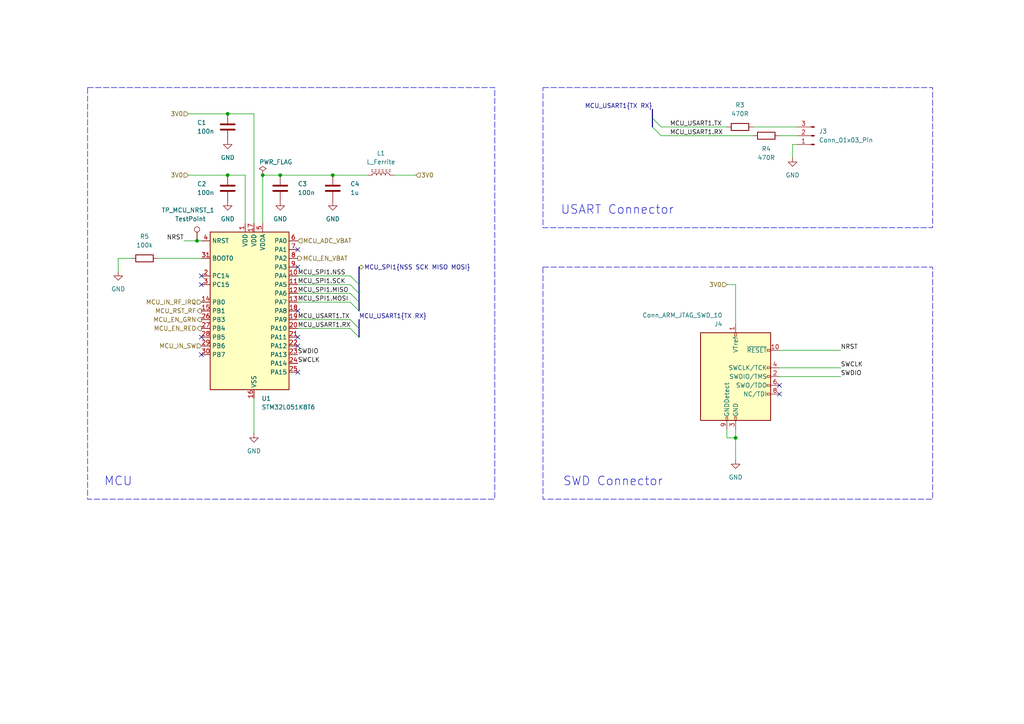
<source format=kicad_sch>
(kicad_sch (version 20231120) (generator "eeschema") (generator_version "8.0")
  (paper "A4")
  (title_block (title "Light Doorbell") (date "2024-10-21") (rev "V1.0") (company "Aalto ELEC-E8745") (comment 1 "Esteban CADIC"))
  (lib_symbols
    (symbol "PRJ_SYMBOLS:C" (pin_numbers hide) (pin_names (offset 0.254))
      (property "Reference" "C" (at 0.635 2.54 0))
      (property "Value" "C" (at 0.635 -2.54 0))
      (symbol "C_0_1"
        (polyline (pts (xy -2.032 -0.762) (xy 2.032 -0.762)) (stroke (width 0.508)))
        (polyline (pts (xy -2.032 0.762) (xy 2.032 0.762)) (stroke (width 0.508)))
      )
      (symbol "C_1_1"
        (pin passive line (at 0 3.81 270) (length 2.794) (name "~") (number "1"))
        (pin passive line (at 0 -3.81 90) (length 2.794) (name "~") (number "2"))
      )
    )
    (symbol "PRJ_SYMBOLS:Conn_01x03_Pin" (pin_names (offset 1.016) hide)
      (property "Reference" "J" (at 0 5.08 0))
      (property "Value" "Conn_01x03_Pin" (at 0 -5.08 0))
      (symbol "Conn_01x03_Pin_1_1"
        (polyline (pts (xy 1.27 -2.54) (xy 0.8636 -2.54)) (stroke (width 0.1524)))
        (polyline (pts (xy 1.27 0) (xy 0.8636 0)) (stroke (width 0.1524)))
        (polyline (pts (xy 1.27 2.54) (xy 0.8636 2.54)) (stroke (width 0.1524)))
        (rectangle (start 0.8636 -2.413) (end 0 -2.667) (stroke (width 0.1524)) (fill (type outline)))
        (rectangle (start 0.8636 0.127) (end 0 -0.127) (stroke (width 0.1524)) (fill (type outline)))
        (rectangle (start 0.8636 2.667) (end 0 2.413) (stroke (width 0.1524)) (fill (type outline)))
        (pin passive line (at 5.08 2.54 180) (length 3.81) (name "Pin_1") (number "1"))
        (pin passive line (at 5.08 0 180) (length 3.81) (name "Pin_2") (number "2"))
        (pin passive line (at 5.08 -2.54 180) (length 3.81) (name "Pin_3") (number "3"))
      )
    )
    (symbol "PRJ_SYMBOLS:Conn_ARM_JTAG_SWD_10" (pin_names (offset 1.016))
      (property "Reference" "J" (at -2.54 16.51 0))
      (property "Value" "Conn_ARM_JTAG_SWD_10" (at -2.54 13.97 0))
      (symbol "Conn_ARM_JTAG_SWD_10_0_1"
        (rectangle (start -10.16 12.7) (end 10.16 -12.7) (stroke (width 0.254)) (fill (type background)))
        (rectangle (start -2.794 -12.7) (end -2.286 -11.684))
        (rectangle (start -0.254 -12.7) (end 0.254 -11.684))
        (rectangle (start -0.254 12.7) (end 0.254 11.684))
        (rectangle (start 9.144 2.286) (end 10.16 2.794))
        (rectangle (start 10.16 -2.794) (end 9.144 -2.286))
        (rectangle (start 10.16 -0.254) (end 9.144 0.254))
        (rectangle (start 10.16 7.874) (end 9.144 7.366))
      )
      (symbol "Conn_ARM_JTAG_SWD_10_1_1"
        (rectangle (start 9.144 -5.334) (end 10.16 -4.826))
        (pin power_in line (at 0 15.24 270) (length 2.54) (name "VTref") (number "1"))
        (pin open_collector line (at 12.7 7.62 180) (length 2.54) (name "~{RESET}") (number "10"))
        (pin bidirectional line (at 12.7 0 180) (length 2.54) (name "SWDIO/TMS") (number "2"))
        (pin power_in line (at 0 -15.24 90) (length 2.54) (name "GND") (number "3"))
        (pin output line (at 12.7 2.54 180) (length 2.54) (name "SWCLK/TCK") (number "4"))
        (pin passive line (at 0 -15.24 90) (length 2.54) hide (name "GND") (number "5"))
        (pin input line (at 12.7 -2.54 180) (length 2.54) (name "SWO/TDO") (number "6"))
        (pin no_connect line (at -10.16 0 0) (length 2.54) hide (name "KEY") (number "7"))
        (pin output line (at 12.7 -5.08 180) (length 2.54) (name "NC/TDI") (number "8"))
        (pin passive line (at -2.54 -15.24 90) (length 2.54) (name "GNDDetect") (number "9"))
      )
    )
    (symbol "PRJ_SYMBOLS:GND" (power) (pin_numbers hide) (pin_names (offset 0) hide)
      (property "Value" "GND" (at 0 -3.81 0))
      (symbol "GND_0_1"
        (polyline (pts (xy 0 0) (xy 0 -1.27) (xy 1.27 -1.27) (xy 0 -2.54) (xy -1.27 -1.27) (xy 0 -1.27)))
      )
      (symbol "GND_1_1"
        (pin power_in line (at 0 0 270) (length 0) (name "~") (number "1"))
      )
    )
    (symbol "PRJ_SYMBOLS:L_Ferrite" (pin_numbers hide) (pin_names (offset 1.016) hide)
      (property "Reference" "L" (at -1.27 0 90))
      (property "Value" "L_Ferrite" (at 2.794 0 90))
      (symbol "L_Ferrite_0_1"
        (arc (start 0 -2.54) (mid 0.6323 -1.905) (end 0 -1.27))
        (arc (start 0 -1.27) (mid 0.6323 -0.635) (end 0 0))
        (polyline (pts (xy 1.016 -2.794) (xy 1.016 -2.286)))
        (polyline (pts (xy 1.016 -1.778) (xy 1.016 -1.27)))
        (polyline (pts (xy 1.016 -0.762) (xy 1.016 -0.254)))
        (polyline (pts (xy 1.016 0.254) (xy 1.016 0.762)))
        (polyline (pts (xy 1.016 1.27) (xy 1.016 1.778)))
        (polyline (pts (xy 1.016 2.286) (xy 1.016 2.794)))
        (polyline (pts (xy 1.524 -2.286) (xy 1.524 -2.794)))
        (polyline (pts (xy 1.524 -1.27) (xy 1.524 -1.778)))
        (polyline (pts (xy 1.524 -0.254) (xy 1.524 -0.762)))
        (polyline (pts (xy 1.524 0.762) (xy 1.524 0.254)))
        (polyline (pts (xy 1.524 1.778) (xy 1.524 1.27)))
        (polyline (pts (xy 1.524 2.794) (xy 1.524 2.286)))
        (arc (start 0 0) (mid 0.6323 0.635) (end 0 1.27))
        (arc (start 0 1.27) (mid 0.6323 1.905) (end 0 2.54))
      )
      (symbol "L_Ferrite_1_1"
        (pin passive line (at 0 3.81 270) (length 1.27) (name "1") (number "1"))
        (pin passive line (at 0 -3.81 90) (length 1.27) (name "2") (number "2"))
      )
    )
    (symbol "PRJ_SYMBOLS:PWR_FLAG" (power) (pin_numbers hide) (pin_names (offset 0) hide)
      (property "Value" "PWR_FLAG" (at 0 3.81 0))
      (symbol "PWR_FLAG_0_0"
        (pin power_out line (at 0 0 90) (length 0) (name "~") (number "1"))
      )
      (symbol "PWR_FLAG_0_1"
        (polyline (pts (xy 0 0) (xy 0 1.27) (xy -1.016 1.905) (xy 0 2.54) (xy 1.016 1.905) (xy 0 1.27)))
      )
    )
    (symbol "PRJ_SYMBOLS:R" (pin_numbers hide) (pin_names (offset 0))
      (property "Reference" "R" (at 2.032 0 90))
      (property "Value" "R" (at 0 0 90))
      (symbol "R_0_1"
        (rectangle (start -1.016 -2.54) (end 1.016 2.54) (stroke (width 0.254)))
      )
      (symbol "R_1_1"
        (pin passive line (at 0 3.81 270) (length 1.27) (name "~") (number "1"))
        (pin passive line (at 0 -3.81 90) (length 1.27) (name "~") (number "2"))
      )
    )
    (symbol "PRJ_SYMBOLS:STM32L051K8T6"
      (property "Reference" "U" (at -10.16 24.13 0))
      (property "Value" "STM32L051K8T6" (at 7.62 24.13 0))
      (symbol "STM32L051K8T6_0_1"
        (rectangle (start -10.16 22.86) (end 12.7 -22.86) (stroke (width 0.254)) (fill (type background)))
      )
      (symbol "STM32L051K8T6_1_1"
        (pin power_in line (at 0 25.4 270) (length 2.54) (name "VDD") (number "1"))
        (pin bidirectional line (at 15.24 10.16 180) (length 2.54) (name "PA4") (number "10"))
        (pin bidirectional line (at 15.24 7.62 180) (length 2.54) (name "PA5") (number "11"))
        (pin bidirectional line (at 15.24 5.08 180) (length 2.54) (name "PA6") (number "12"))
        (pin bidirectional line (at 15.24 2.54 180) (length 2.54) (name "PA7") (number "13"))
        (pin bidirectional line (at -12.7 2.54 0) (length 2.54) (name "PB0") (number "14"))
        (pin bidirectional line (at -12.7 0 0) (length 2.54) (name "PB1") (number "15"))
        (pin power_in line (at 2.54 -25.4 90) (length 2.54) (name "VSS") (number "16"))
        (pin power_in line (at 2.54 25.4 270) (length 2.54) (name "VDD") (number "17"))
        (pin bidirectional line (at 15.24 0 180) (length 2.54) (name "PA8") (number "18"))
        (pin bidirectional line (at 15.24 -2.54 180) (length 2.54) (name "PA9") (number "19"))
        (pin bidirectional line (at -12.7 10.16 0) (length 2.54) (name "PC14") (number "2"))
        (pin bidirectional line (at 15.24 -5.08 180) (length 2.54) (name "PA10") (number "20"))
        (pin bidirectional line (at 15.24 -7.62 180) (length 2.54) (name "PA11") (number "21"))
        (pin bidirectional line (at 15.24 -10.16 180) (length 2.54) (name "PA12") (number "22"))
        (pin bidirectional line (at 15.24 -12.7 180) (length 2.54) (name "PA13") (number "23"))
        (pin bidirectional line (at 15.24 -15.24 180) (length 2.54) (name "PA14") (number "24"))
        (pin bidirectional line (at 15.24 -17.78 180) (length 2.54) (name "PA15") (number "25"))
        (pin bidirectional line (at -12.7 -2.54 0) (length 2.54) (name "PB3") (number "26"))
        (pin bidirectional line (at -12.7 -5.08 0) (length 2.54) (name "PB4") (number "27"))
        (pin bidirectional line (at -12.7 -7.62 0) (length 2.54) (name "PB5") (number "28"))
        (pin bidirectional line (at -12.7 -10.16 0) (length 2.54) (name "PB6") (number "29"))
        (pin bidirectional line (at -12.7 7.62 0) (length 2.54) (name "PC15") (number "3"))
        (pin bidirectional line (at -12.7 -12.7 0) (length 2.54) (name "PB7") (number "30"))
        (pin input line (at -12.7 15.24 0) (length 2.54) (name "BOOT0") (number "31"))
        (pin passive line (at 2.54 -25.4 90) (length 2.54) hide (name "VSS") (number "32"))
        (pin passive line (at -12.7 20.32 0) (length 2.54) (name "NRST") (number "4"))
        (pin power_in line (at 5.08 25.4 270) (length 2.54) (name "VDDA") (number "5"))
        (pin bidirectional line (at 15.24 20.32 180) (length 2.54) (name "PA0") (number "6"))
        (pin bidirectional line (at 15.24 17.78 180) (length 2.54) (name "PA1") (number "7"))
        (pin bidirectional line (at 15.24 15.24 180) (length 2.54) (name "PA2") (number "8"))
        (pin bidirectional line (at 15.24 12.7 180) (length 2.54) (name "PA3") (number "9"))
      )
    )
    (symbol "PRJ_SYMBOLS:TestPoint" (pin_numbers hide) (pin_names (offset 0.762) hide)
      (property "Reference" "TP" (at 0 6.858 0))
      (property "Value" "TestPoint" (at 0 5.08 0))
      (symbol "TestPoint_0_1"
        (circle (center 0 3.302) (radius 0.762))
      )
      (symbol "TestPoint_1_1"
        (pin passive line (at 0 0 90) (length 2.54) (name "1") (number "1"))
      )
    )
  )
  (junction (at 76.2 50.8))
  (junction (at 213.36 127))
  (junction (at 57.15 69.85))
  (junction (at 81.28 50.8))
  (junction (at 96.52 50.8))
  (junction (at 66.04 50.8))
  (junction (at 66.04 33.02))
  (no_connect (at 86.36 90.17))
  (no_connect (at 86.36 77.47))
  (no_connect (at 226.06 114.3))
  (no_connect (at 58.42 97.79))
  (no_connect (at 86.36 107.95))
  (no_connect (at 58.42 80.01))
  (no_connect (at 86.36 97.79))
  (no_connect (at 58.42 102.87))
  (no_connect (at 86.36 72.39))
  (no_connect (at 58.42 82.55))
  (no_connect (at 86.36 100.33))
  (no_connect (at 226.06 111.76))
  (bus_entry (at 104.14 97.79) (size -2.54 -2.54))
  (bus_entry (at 189.23 36.83) (size 2.54 2.54))
  (bus_entry (at 189.23 34.29) (size 2.54 2.54))
  (bus_entry (at 104.14 95.25) (size -2.54 -2.54))
  (bus_entry (at 104.14 82.55) (size -2.54 -2.54))
  (bus_entry (at 104.14 90.17) (size -2.54 -2.54))
  (bus_entry (at 104.14 85.09) (size -2.54 -2.54))
  (bus_entry (at 104.14 87.63) (size -2.54 -2.54))
  (wire (pts (xy 114.3 50.8) (xy 120.65 50.8)))
  (wire (pts (xy 54.61 50.8) (xy 66.04 50.8)))
  (wire (pts (xy 210.82 127) (xy 213.36 127)))
  (wire (pts (xy 45.72 74.93) (xy 58.42 74.93)))
  (wire (pts (xy 53.34 69.85) (xy 57.15 69.85)))
  (wire (pts (xy 101.6 82.55) (xy 86.36 82.55)))
  (wire (pts (xy 73.66 64.77) (xy 73.66 33.02)))
  (wire (pts (xy 226.06 109.22) (xy 243.84 109.22)))
  (bus (pts (xy 104.14 95.25) (xy 104.14 97.79)))
  (wire (pts (xy 218.44 36.83) (xy 231.14 36.83)))
  (wire (pts (xy 101.6 92.71) (xy 86.36 92.71)))
  (wire (pts (xy 81.28 50.8) (xy 96.52 50.8)))
  (wire (pts (xy 34.29 78.74) (xy 34.29 74.93)))
  (wire (pts (xy 73.66 115.57) (xy 73.66 125.73)))
  (bus (pts (xy 104.14 77.47) (xy 104.14 82.55)))
  (wire (pts (xy 76.2 50.8) (xy 81.28 50.8)))
  (bus (pts (xy 189.23 34.29) (xy 189.23 36.83)))
  (wire (pts (xy 226.06 101.6) (xy 243.84 101.6)))
  (wire (pts (xy 191.77 39.37) (xy 218.44 39.37)))
  (wire (pts (xy 210.82 82.55) (xy 213.36 82.55)))
  (bus (pts (xy 104.14 92.71) (xy 104.14 95.25)))
  (wire (pts (xy 226.06 106.68) (xy 243.84 106.68)))
  (wire (pts (xy 54.61 33.02) (xy 66.04 33.02)))
  (bus (pts (xy 104.14 87.63) (xy 104.14 90.17)))
  (bus (pts (xy 189.23 31.75) (xy 189.23 34.29)))
  (wire (pts (xy 86.36 87.63) (xy 101.6 87.63)))
  (wire (pts (xy 101.6 85.09) (xy 86.36 85.09)))
  (wire (pts (xy 210.82 124.46) (xy 210.82 127)))
  (bus (pts (xy 104.14 82.55) (xy 104.14 85.09)))
  (wire (pts (xy 229.87 41.91) (xy 231.14 41.91)))
  (wire (pts (xy 213.36 124.46) (xy 213.36 127)))
  (wire (pts (xy 213.36 127) (xy 213.36 133.35)))
  (wire (pts (xy 76.2 64.77) (xy 76.2 50.8)))
  (wire (pts (xy 34.29 74.93) (xy 38.1 74.93)))
  (wire (pts (xy 101.6 80.01) (xy 86.36 80.01)))
  (wire (pts (xy 73.66 33.02) (xy 66.04 33.02)))
  (wire (pts (xy 226.06 39.37) (xy 231.14 39.37)))
  (wire (pts (xy 191.77 36.83) (xy 210.82 36.83)))
  (wire (pts (xy 101.6 95.25) (xy 86.36 95.25)))
  (wire (pts (xy 96.52 50.8) (xy 106.68 50.8)))
  (wire (pts (xy 213.36 82.55) (xy 213.36 93.98)))
  (wire (pts (xy 57.15 69.85) (xy 58.42 69.85)))
  (wire (pts (xy 71.12 64.77) (xy 71.12 50.8)))
  (bus (pts (xy 104.14 85.09) (xy 104.14 87.63)))
  (wire (pts (xy 229.87 45.72) (xy 229.87 41.91)))
  (wire (pts (xy 66.04 50.8) (xy 71.12 50.8)))
  (rectangle (start 157.48 25.4) (end 270.51 66.04) (stroke (width 0) (type dash)))
  (rectangle (start 157.48 77.47) (end 270.51 144.78) (stroke (width 0) (type dash)))
  (rectangle (start 25.4 25.4) (end 143.51 144.78) (stroke (width 0) (type dash)))
  (text "USART Connector" (at 179.07 60.96 0) (effects (font (size 2.54 2.54))))
  (text "MCU" (at 34.29 139.7 0) (effects (font (size 2.54 2.54))))
  (text "SWD Connector" (at 177.8 139.7 0) (effects (font (size 2.54 2.54))))
  (label "MCU_USART1.TX" (at 86.36 92.71 0))
  (label "SWCLK" (at 243.84 106.68 0))
  (label "SWDIO" (at 86.36 102.87 0))
  (label "MCU_SPI1.SCK" (at 86.36 82.55 0))
  (label "SWDIO" (at 243.84 109.22 0))
  (label "MCU_USART1.RX" (at 86.36 95.25 0))
  (label "MCU_USART1.TX" (at 194.31 36.83 0))
  (label "NRST" (at 243.84 101.6 0))
  (label "MCU_SPI1.NSS" (at 86.36 80.01 0))
  (label "MCU_SPI1.MISO" (at 86.36 85.09 0))
  (label "SWCLK" (at 86.36 105.41 0))
  (label "MCU_USART1{TX RX}" (at 104.14 92.71 0))
  (label "MCU_USART1.RX" (at 194.31 39.37 0))
  (label "MCU_SPI1.MOSI" (at 86.36 87.63 0))
  (label "NRST" (at 53.34 69.85 180))
  (label "MCU_USART1{TX RX}" (at 189.23 31.75 180))
  (hierarchical_label "3V0" (shape input) (at 54.61 50.8 180))
  (hierarchical_label "MCU_EN_RED" (shape output) (at 58.42 95.25 180))
  (hierarchical_label "MCU_EN_GRN" (shape output) (at 58.42 92.71 180))
  (hierarchical_label "MCU_EN_VBAT" (shape output) (at 86.36 74.93 0))
  (hierarchical_label "MCU_ADC_VBAT" (shape input) (at 86.36 69.85 0))
  (hierarchical_label "MCU_RST_RF" (shape output) (at 58.42 90.17 180))
  (hierarchical_label "MCU_IN_RF_IRQ" (shape input) (at 58.42 87.63 180))
  (hierarchical_label "3V0" (shape input) (at 210.82 82.55 180))
  (hierarchical_label "MCU_IN_SW" (shape input) (at 58.42 100.33 180))
  (hierarchical_label "3V0" (shape input) (at 54.61 33.02 180))
  (hierarchical_label "MCU_SPI1{NSS SCK MISO MOSI}" (shape bidirectional) (at 104.14 77.47 0))
  (hierarchical_label "3V0" (shape input) (at 120.65 50.8 0))
  (symbol (lib_id "PRJ_SYMBOLS:GND") (at 66.04 58.42 0) (unit 1)
    (property "Reference" "#PWR09" (effects (hide yes)))
    (property "Value" "GND" (at 66.04 63.5 0))
    (property "Description" "Power symbol creates a global label with name \"GND\" , ground" (effects (hide yes)))
  )
  (symbol (lib_id "PRJ_SYMBOLS:Conn_01x03_Pin") (at 236.22 39.37 180) (unit 1)
    (property "Reference" "J3" (at 237.49 38.0999 0) (effects (justify right)))
    (property "Value" "Conn_01x03_Pin" (at 237.49 40.6399 0) (effects (justify right)))
    (property "Footprint" "PRJ_FOOTPRINTS:PinHeader_1x03_P2.54mm_Vertical" (effects (hide yes)))
    (property "Description" "Generic connector, single row, 01x03, script generated" (effects (hide yes)))
  )
  (symbol (lib_id "PRJ_SYMBOLS:GND") (at 96.52 58.42 0) (unit 1)
    (property "Reference" "#PWR011" (effects (hide yes)))
    (property "Value" "GND" (at 96.52 63.5 0))
    (property "Description" "Power symbol creates a global label with name \"GND\" , ground" (effects (hide yes)))
  )
  (symbol (lib_id "PRJ_SYMBOLS:GND") (at 66.04 40.64 0) (unit 1)
    (property "Reference" "#PWR07" (effects (hide yes)))
    (property "Value" "GND" (at 66.04 45.72 0))
    (property "Description" "Power symbol creates a global label with name \"GND\" , ground" (effects (hide yes)))
  )
  (symbol (lib_id "PRJ_SYMBOLS:L_Ferrite") (at 110.49 50.8 90) (unit 1)
    (property "Reference" "L1" (at 110.49 44.45 90))
    (property "Value" "L_Ferrite" (at 110.49 46.99 90))
    (property "Footprint" "PRJ_FOOTPRINTS:L_0805_2012Metric_Pad1.05x1.20mm_HandSolder" (effects (hide yes)))
    (property "Description" "Ferrite Beads, 280mΩ ±25%, 1kΩ@100MHz, 0805" (effects (hide yes)))
    (property "LCSC" "C85835" (effects (hide yes)))
  )
  (symbol (lib_id "PRJ_SYMBOLS:GND") (at 73.66 125.73 0) (unit 1)
    (property "Reference" "#PWR013" (effects (hide yes)))
    (property "Value" "GND" (at 73.66 130.81 0))
    (property "Description" "Power symbol creates a global label with name \"GND\" , ground" (effects (hide yes)))
  )
  (symbol (lib_id "PRJ_SYMBOLS:PWR_FLAG") (at 76.2 50.8 0) (unit 1)
    (property "Reference" "#FLG04" (effects (hide yes)))
    (property "Value" "PWR_FLAG" (at 80.01 46.99 0))
    (property "Description" "Special symbol for telling ERC where power comes from" (effects (hide yes)))
  )
  (symbol (lib_id "PRJ_SYMBOLS:R") (at 222.25 39.37 270) (unit 1)
    (property "Reference" "R4" (at 222.25 43.18 90))
    (property "Value" "470R" (at 222.25 45.72 90))
    (property "Footprint" "PRJ_FOOTPRINTS:R_0805_2012Metric_Pad1.20x1.40mm_HandSolder" (effects (hide yes)))
    (property "Description" "Resistor" (effects (hide yes)))
    (property "LCSC" "C2907329" (effects (hide yes)))
  )
  (symbol (lib_id "PRJ_SYMBOLS:C") (at 81.28 54.61 0) (unit 1)
    (property "Reference" "C3" (at 86.36 53.34 0) (effects (justify left)))
    (property "Value" "100n" (at 86.36 55.88 0) (effects (justify left)))
    (property "Footprint" "PRJ_FOOTPRINTS:C_0805_2012Metric_Pad1.18x1.45mm_HandSolder" (effects (hide yes)))
    (property "Description" "Unpolarized capacitor" (effects (hide yes)))
    (property "LCSC" "C1711" (effects (hide yes)))
  )
  (symbol (lib_id "PRJ_SYMBOLS:GND") (at 81.28 58.42 0) (unit 1)
    (property "Reference" "#PWR010" (effects (hide yes)))
    (property "Value" "GND" (at 81.28 63.5 0))
    (property "Description" "Power symbol creates a global label with name \"GND\" , ground" (effects (hide yes)))
  )
  (symbol (lib_id "PRJ_SYMBOLS:R") (at 41.91 74.93 270) (unit 1)
    (property "Reference" "R5" (at 41.91 68.58 90))
    (property "Value" "100k" (at 41.91 71.12 90))
    (property "Footprint" "PRJ_FOOTPRINTS:R_0805_2012Metric_Pad1.20x1.40mm_HandSolder" (effects (hide yes)))
    (property "Description" "Resistor" (effects (hide yes)))
    (property "LCSC" "C25611" (effects (hide yes)))
  )
  (symbol (lib_id "PRJ_SYMBOLS:R") (at 214.63 36.83 270) (unit 1)
    (property "Reference" "R3" (at 214.63 30.48 90))
    (property "Value" "470R" (at 214.63 33.02 90))
    (property "Footprint" "PRJ_FOOTPRINTS:R_0805_2012Metric_Pad1.20x1.40mm_HandSolder" (effects (hide yes)))
    (property "Description" "Resistor" (effects (hide yes)))
    (property "LCSC" "C2907329" (effects (hide yes)))
  )
  (symbol (lib_id "PRJ_SYMBOLS:Conn_ARM_JTAG_SWD_10") (at 213.36 109.22 0) (unit 1)
    (property "Reference" "J4" (at 209.55 93.98 0) (effects (justify right)))
    (property "Value" "Conn_ARM_JTAG_SWD_10" (at 209.55 91.44 0) (effects (justify right)))
    (property "Footprint" "PRJ_FOOTPRINTS:FTSH-105-01-L-DV-K" (effects (hide yes)))
    (property "Datasheet" "http://infocenter.arm.com/help/topic/com.arm.doc.ddi0314h/DDI0314H_coresight_components_trm.pdf" (effects (hide yes)))
    (property "Description" "Cortex Debug Connector, standard ARM Cortex-M SWD and JTAG interface" (effects (hide yes)))
    (property "LCSC" "C448647" (effects (hide yes)))
  )
  (symbol (lib_id "PRJ_SYMBOLS:TestPoint") (at 57.15 69.85 0) (unit 1)
    (property "Reference" "TP_MCU_NRST_1" (at 62.23 60.96 0) (effects (justify right)))
    (property "Value" "TestPoint" (at 59.69 63.5 0) (effects (justify right)))
    (property "Footprint" "PRJ_FOOTPRINTS:TestPoint_Pad_D2.0mm" (effects (hide yes)))
    (property "Description" "test point" (effects (hide yes)))
  )
  (symbol (lib_id "PRJ_SYMBOLS:GND") (at 213.36 133.35 0) (unit 1)
    (property "Reference" "#PWR014" (effects (hide yes)))
    (property "Value" "GND" (at 213.36 138.43 0))
    (property "Description" "Power symbol creates a global label with name \"GND\" , ground" (effects (hide yes)))
  )
  (symbol (lib_id "PRJ_SYMBOLS:STM32L051K8T6") (at 71.12 90.17 0) (unit 1)
    (property "Reference" "U1" (at 75.8541 115.57 0) (effects (justify left)))
    (property "Value" "STM32L051K8T6" (at 75.8541 118.11 0) (effects (justify left)))
    (property "Footprint" "PRJ_FOOTPRINTS:LQFP-32_7x7mm_P0.8mm" (effects (hide yes)))
    (property "Datasheet" "https://eu.mouser.com/datasheet/2/389/stm32l051c6-1851259.pdf" (effects (hide yes)))
    (property "Description" "STMicroelectronics Arm Cortex-M0+ MCU, 32-64KB flash, 8KB RAM, 32 MHz, 1.65-3.6V, 25 GPIO, LQFP32" (effects (hide yes)))
    (property "LCSC" "C915970" (effects (hide yes)))
  )
  (symbol (lib_id "PRJ_SYMBOLS:C") (at 66.04 54.61 0) (unit 1)
    (property "Reference" "C2" (at 57.15 53.34 0) (effects (justify left)))
    (property "Value" "100n" (at 57.15 55.88 0) (effects (justify left)))
    (property "Footprint" "PRJ_FOOTPRINTS:C_0805_2012Metric_Pad1.18x1.45mm_HandSolder" (effects (hide yes)))
    (property "Description" "Unpolarized capacitor" (effects (hide yes)))
    (property "LCSC" "C1711" (effects (hide yes)))
  )
  (symbol (lib_id "PRJ_SYMBOLS:C") (at 66.04 36.83 0) (unit 1)
    (property "Reference" "C1" (at 57.15 35.56 0) (effects (justify left)))
    (property "Value" "100n" (at 57.15 38.1 0) (effects (justify left)))
    (property "Footprint" "PRJ_FOOTPRINTS:C_0805_2012Metric_Pad1.18x1.45mm_HandSolder" (effects (hide yes)))
    (property "Description" "Unpolarized capacitor" (effects (hide yes)))
    (property "LCSC" "C1711" (effects (hide yes)))
  )
  (symbol (lib_id "PRJ_SYMBOLS:C") (at 96.52 54.61 0) (unit 1)
    (property "Reference" "C4" (at 101.6 53.34 0) (effects (justify left)))
    (property "Value" "1u" (at 101.6 55.88 0) (effects (justify left)))
    (property "Footprint" "PRJ_FOOTPRINTS:C_0805_2012Metric_Pad1.18x1.45mm_HandSolder" (effects (hide yes)))
    (property "Description" "Unpolarized capacitor" (effects (hide yes)))
    (property "LCSC" "C2798196" (effects (hide yes)))
  )
  (symbol (lib_id "PRJ_SYMBOLS:GND") (at 34.29 78.74 0) (unit 1)
    (property "Reference" "#PWR012" (effects (hide yes)))
    (property "Value" "GND" (at 34.29 83.82 0))
    (property "Description" "Power symbol creates a global label with name \"GND\" , ground" (effects (hide yes)))
  )
  (symbol (lib_id "PRJ_SYMBOLS:GND") (at 229.87 45.72 0) (unit 1)
    (property "Reference" "#PWR08" (effects (hide yes)))
    (property "Value" "GND" (at 229.87 50.8 0))
    (property "Description" "Power symbol creates a global label with name \"GND\" , ground" (effects (hide yes)))
  )
)
</source>
